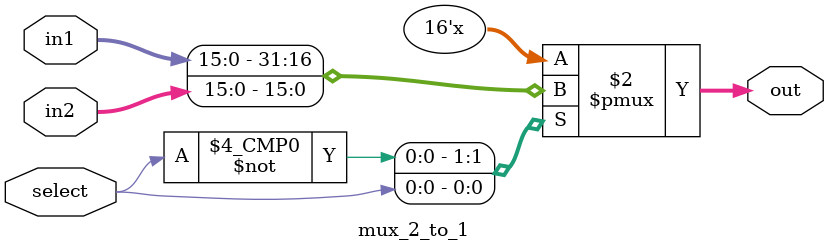
<source format=v>
`timescale 1ns / 1ps


module mux_2_to_1 #(parameter WIDTH = 16)(
    input [WIDTH - 1: 0] in1, 
    input [WIDTH - 1: 0] in2,
    input select,
    output reg [WIDTH - 1: 0] out
    );

always @(*) begin
    case (select)
        1'b0: out = in1;
        1'b1: out = in2;
    endcase
end

endmodule


</source>
